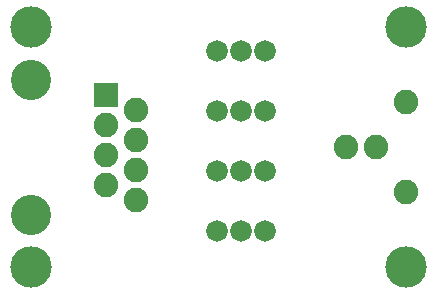
<source format=gbs>
G75*
G70*
%OFA0B0*%
%FSLAX24Y24*%
%IPPOS*%
%LPD*%
%AMOC8*
5,1,8,0,0,1.08239X$1,22.5*
%
%ADD10C,0.0820*%
%ADD11C,0.1340*%
%ADD12R,0.0820X0.0820*%
%ADD13C,0.0720*%
%ADD14C,0.1380*%
D10*
X006897Y003982D03*
X007897Y004482D03*
X006897Y004982D03*
X007897Y005482D03*
X006897Y005982D03*
X007897Y006482D03*
X007897Y003482D03*
X014897Y005232D03*
X015897Y005232D03*
X016897Y006732D03*
X016897Y003732D03*
D11*
X004397Y002982D03*
X004397Y007482D03*
D12*
X006897Y006982D03*
D13*
X010609Y006448D03*
X011397Y006448D03*
X012184Y006448D03*
X012184Y004448D03*
X011397Y004448D03*
X010609Y004448D03*
X010609Y002448D03*
X011397Y002448D03*
X012184Y002448D03*
X012184Y008448D03*
X011397Y008448D03*
X010609Y008448D03*
D14*
X004397Y001232D03*
X016897Y001232D03*
X016897Y009232D03*
X004397Y009232D03*
M02*

</source>
